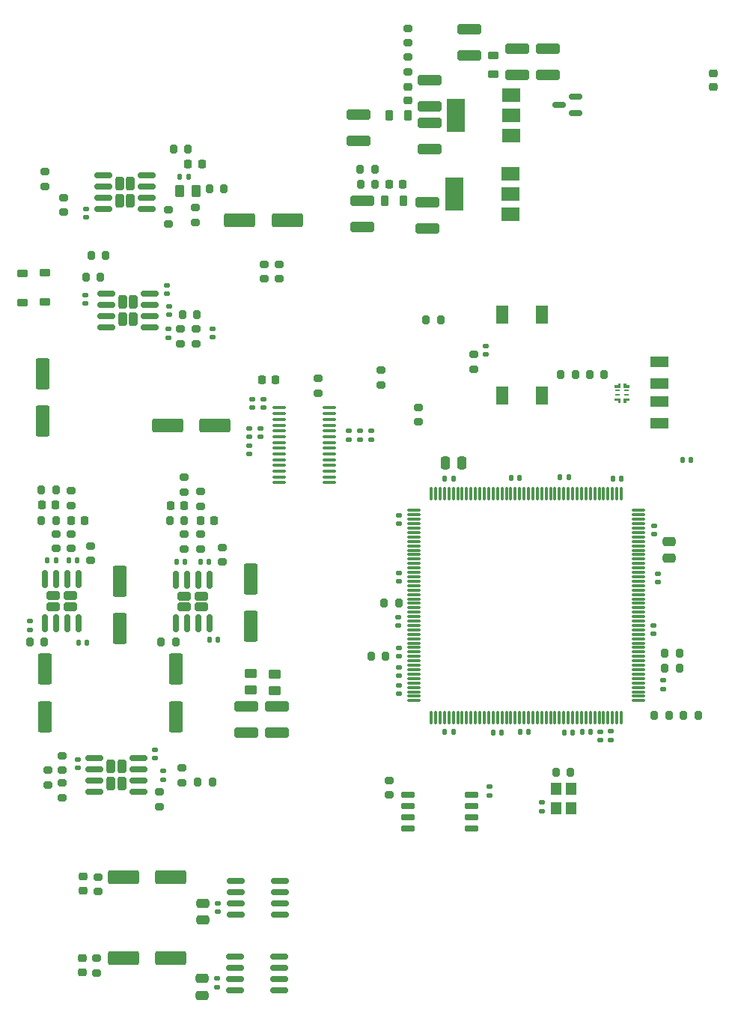
<source format=gbr>
G04 #@! TF.GenerationSoftware,KiCad,Pcbnew,7.0.9*
G04 #@! TF.CreationDate,2024-03-14T12:42:54+01:00*
G04 #@! TF.ProjectId,Apothecary - DSP Development Board,41706f74-6865-4636-9172-79202d204453,rev?*
G04 #@! TF.SameCoordinates,Original*
G04 #@! TF.FileFunction,Paste,Top*
G04 #@! TF.FilePolarity,Positive*
%FSLAX46Y46*%
G04 Gerber Fmt 4.6, Leading zero omitted, Abs format (unit mm)*
G04 Created by KiCad (PCBNEW 7.0.9) date 2024-03-14 12:42:54*
%MOMM*%
%LPD*%
G01*
G04 APERTURE LIST*
G04 Aperture macros list*
%AMRoundRect*
0 Rectangle with rounded corners*
0 $1 Rounding radius*
0 $2 $3 $4 $5 $6 $7 $8 $9 X,Y pos of 4 corners*
0 Add a 4 corners polygon primitive as box body*
4,1,4,$2,$3,$4,$5,$6,$7,$8,$9,$2,$3,0*
0 Add four circle primitives for the rounded corners*
1,1,$1+$1,$2,$3*
1,1,$1+$1,$4,$5*
1,1,$1+$1,$6,$7*
1,1,$1+$1,$8,$9*
0 Add four rect primitives between the rounded corners*
20,1,$1+$1,$2,$3,$4,$5,0*
20,1,$1+$1,$4,$5,$6,$7,0*
20,1,$1+$1,$6,$7,$8,$9,0*
20,1,$1+$1,$8,$9,$2,$3,0*%
G04 Aperture macros list end*
%ADD10C,0.010000*%
%ADD11R,2.000000X1.200000*%
%ADD12RoundRect,0.250000X-0.450000X0.262500X-0.450000X-0.262500X0.450000X-0.262500X0.450000X0.262500X0*%
%ADD13RoundRect,0.250000X0.450000X-0.262500X0.450000X0.262500X-0.450000X0.262500X-0.450000X-0.262500X0*%
%ADD14RoundRect,0.250000X0.262500X0.450000X-0.262500X0.450000X-0.262500X-0.450000X0.262500X-0.450000X0*%
%ADD15RoundRect,0.150000X0.587500X0.150000X-0.587500X0.150000X-0.587500X-0.150000X0.587500X-0.150000X0*%
%ADD16RoundRect,0.250000X-1.100000X0.325000X-1.100000X-0.325000X1.100000X-0.325000X1.100000X0.325000X0*%
%ADD17RoundRect,0.225000X-0.225000X-0.250000X0.225000X-0.250000X0.225000X0.250000X-0.225000X0.250000X0*%
%ADD18RoundRect,0.225000X0.225000X0.250000X-0.225000X0.250000X-0.225000X-0.250000X0.225000X-0.250000X0*%
%ADD19RoundRect,0.250000X1.100000X-0.325000X1.100000X0.325000X-1.100000X0.325000X-1.100000X-0.325000X0*%
%ADD20RoundRect,0.140000X-0.170000X0.140000X-0.170000X-0.140000X0.170000X-0.140000X0.170000X0.140000X0*%
%ADD21RoundRect,0.250000X1.500000X0.550000X-1.500000X0.550000X-1.500000X-0.550000X1.500000X-0.550000X0*%
%ADD22RoundRect,0.250000X-0.550000X1.500000X-0.550000X-1.500000X0.550000X-1.500000X0.550000X1.500000X0*%
%ADD23RoundRect,0.250000X-1.500000X-0.550000X1.500000X-0.550000X1.500000X0.550000X-1.500000X0.550000X0*%
%ADD24RoundRect,0.200000X0.275000X-0.200000X0.275000X0.200000X-0.275000X0.200000X-0.275000X-0.200000X0*%
%ADD25RoundRect,0.200000X-0.200000X-0.275000X0.200000X-0.275000X0.200000X0.275000X-0.200000X0.275000X0*%
%ADD26RoundRect,0.140000X0.170000X-0.140000X0.170000X0.140000X-0.170000X0.140000X-0.170000X-0.140000X0*%
%ADD27RoundRect,0.218750X0.218750X0.256250X-0.218750X0.256250X-0.218750X-0.256250X0.218750X-0.256250X0*%
%ADD28RoundRect,0.140000X-0.140000X-0.170000X0.140000X-0.170000X0.140000X0.170000X-0.140000X0.170000X0*%
%ADD29RoundRect,0.140000X0.140000X0.170000X-0.140000X0.170000X-0.140000X-0.170000X0.140000X-0.170000X0*%
%ADD30RoundRect,0.242500X-0.242500X-0.527500X0.242500X-0.527500X0.242500X0.527500X-0.242500X0.527500X0*%
%ADD31RoundRect,0.150000X-0.825000X-0.150000X0.825000X-0.150000X0.825000X0.150000X-0.825000X0.150000X0*%
%ADD32RoundRect,0.200000X-0.275000X0.200000X-0.275000X-0.200000X0.275000X-0.200000X0.275000X0.200000X0*%
%ADD33R,0.600000X0.200000*%
%ADD34RoundRect,0.150000X0.825000X0.150000X-0.825000X0.150000X-0.825000X-0.150000X0.825000X-0.150000X0*%
%ADD35RoundRect,0.200000X0.200000X0.275000X-0.200000X0.275000X-0.200000X-0.275000X0.200000X-0.275000X0*%
%ADD36RoundRect,0.218750X0.256250X-0.218750X0.256250X0.218750X-0.256250X0.218750X-0.256250X-0.218750X0*%
%ADD37RoundRect,0.075000X0.075000X-0.675000X0.075000X0.675000X-0.075000X0.675000X-0.075000X-0.675000X0*%
%ADD38RoundRect,0.075000X0.675000X-0.075000X0.675000X0.075000X-0.675000X0.075000X-0.675000X-0.075000X0*%
%ADD39RoundRect,0.218750X0.218750X0.381250X-0.218750X0.381250X-0.218750X-0.381250X0.218750X-0.381250X0*%
%ADD40RoundRect,0.218750X-0.256250X0.218750X-0.256250X-0.218750X0.256250X-0.218750X0.256250X0.218750X0*%
%ADD41RoundRect,0.225000X-0.375000X0.225000X-0.375000X-0.225000X0.375000X-0.225000X0.375000X0.225000X0*%
%ADD42RoundRect,0.100000X0.637500X0.100000X-0.637500X0.100000X-0.637500X-0.100000X0.637500X-0.100000X0*%
%ADD43RoundRect,0.225000X0.375000X-0.225000X0.375000X0.225000X-0.375000X0.225000X-0.375000X-0.225000X0*%
%ADD44RoundRect,0.150000X-0.650000X-0.150000X0.650000X-0.150000X0.650000X0.150000X-0.650000X0.150000X0*%
%ADD45RoundRect,0.242500X0.242500X0.527500X-0.242500X0.527500X-0.242500X-0.527500X0.242500X-0.527500X0*%
%ADD46RoundRect,0.250000X-0.475000X0.250000X-0.475000X-0.250000X0.475000X-0.250000X0.475000X0.250000X0*%
%ADD47RoundRect,0.218750X0.381250X-0.218750X0.381250X0.218750X-0.381250X0.218750X-0.381250X-0.218750X0*%
%ADD48R,1.200000X1.400000*%
%ADD49RoundRect,0.242500X-0.527500X0.242500X-0.527500X-0.242500X0.527500X-0.242500X0.527500X0.242500X0*%
%ADD50RoundRect,0.150000X-0.150000X0.825000X-0.150000X-0.825000X0.150000X-0.825000X0.150000X0.825000X0*%
%ADD51R,1.400000X2.100000*%
%ADD52R,2.000000X1.500000*%
%ADD53R,2.000000X3.800000*%
%ADD54RoundRect,0.250000X0.475000X-0.250000X0.475000X0.250000X-0.475000X0.250000X-0.475000X-0.250000X0*%
%ADD55RoundRect,0.218750X-0.218750X-0.256250X0.218750X-0.256250X0.218750X0.256250X-0.218750X0.256250X0*%
%ADD56RoundRect,0.250000X0.250000X0.475000X-0.250000X0.475000X-0.250000X-0.475000X0.250000X-0.475000X0*%
G04 APERTURE END LIST*
D10*
X184563501Y-78363500D02*
X183963501Y-78363500D01*
X183963501Y-78163500D01*
X184363501Y-78163500D01*
X184363501Y-77963500D01*
X184563501Y-77963500D01*
X184563501Y-78363500D01*
G36*
X184563501Y-78363500D02*
G01*
X183963501Y-78363500D01*
X183963501Y-78163500D01*
X184363501Y-78163500D01*
X184363501Y-77963500D01*
X184563501Y-77963500D01*
X184563501Y-78363500D01*
G37*
X184563501Y-80063500D02*
X184363501Y-80063500D01*
X184363501Y-79863500D01*
X183963501Y-79863500D01*
X183963501Y-79663500D01*
X184563501Y-79663500D01*
X184563501Y-80063500D01*
G36*
X184563501Y-80063500D02*
G01*
X184363501Y-80063500D01*
X184363501Y-79863500D01*
X183963501Y-79863500D01*
X183963501Y-79663500D01*
X184563501Y-79663500D01*
X184563501Y-80063500D01*
G37*
X185163501Y-78163500D02*
X185563501Y-78163500D01*
X185563501Y-78363500D01*
X184963501Y-78363500D01*
X184963501Y-77963500D01*
X185163501Y-77963500D01*
X185163501Y-78163500D01*
G36*
X185163501Y-78163500D02*
G01*
X185563501Y-78163500D01*
X185563501Y-78363500D01*
X184963501Y-78363500D01*
X184963501Y-77963500D01*
X185163501Y-77963500D01*
X185163501Y-78163500D01*
G37*
X185563501Y-79863500D02*
X185163501Y-79863500D01*
X185163501Y-80063500D01*
X184963501Y-80063500D01*
X184963501Y-79663500D01*
X185563501Y-79663500D01*
X185563501Y-79863500D01*
G36*
X185563501Y-79863500D02*
G01*
X185163501Y-79863500D01*
X185163501Y-80063500D01*
X184963501Y-80063500D01*
X184963501Y-79663500D01*
X185563501Y-79663500D01*
X185563501Y-79863500D01*
G37*
D11*
X189000000Y-82500000D03*
X189000000Y-78000000D03*
X189000000Y-75500000D03*
X189000000Y-80000000D03*
D12*
X142750000Y-110750000D03*
X142750000Y-112575000D03*
D13*
X145500000Y-112662500D03*
X145500000Y-110837500D03*
D14*
X136575468Y-56250000D03*
X134750468Y-56250000D03*
D15*
X179500000Y-47455000D03*
X179500000Y-45555000D03*
X177625000Y-46505000D03*
D16*
X145750000Y-114500000D03*
X145750000Y-117450000D03*
X142250000Y-114500000D03*
X142250000Y-117450000D03*
D17*
X137102968Y-93500000D03*
X138652968Y-93500000D03*
X122437968Y-93480578D03*
X123987968Y-93480578D03*
D18*
X135250000Y-91750000D03*
X133700000Y-91750000D03*
X120702968Y-91725000D03*
X119152968Y-91725000D03*
D19*
X155425000Y-60290000D03*
X155425000Y-57340000D03*
X162750000Y-60450000D03*
X162750000Y-57500000D03*
X154990000Y-50570000D03*
X154990000Y-47620000D03*
D17*
X144025000Y-77600000D03*
X145575000Y-77600000D03*
D19*
X163000000Y-51500000D03*
X163000000Y-48550000D03*
D16*
X167500000Y-37975000D03*
X167500000Y-40925000D03*
X176380000Y-40140000D03*
X176380000Y-43090000D03*
X172900000Y-40125000D03*
X172900000Y-43075000D03*
X163000000Y-43712233D03*
X163000000Y-46662233D03*
D20*
X142637968Y-84980578D03*
X142637968Y-85940578D03*
D21*
X138750000Y-82750000D03*
X133350000Y-82750000D03*
D22*
X119500000Y-110250000D03*
X119500000Y-115650000D03*
D21*
X133750000Y-142925000D03*
X128350000Y-142925000D03*
X133750000Y-133750000D03*
X128350000Y-133750000D03*
D22*
X134350000Y-110250000D03*
X134350000Y-115650000D03*
X128000000Y-100300000D03*
X128000000Y-105700000D03*
X142750000Y-100050000D03*
X142750000Y-105450000D03*
D23*
X141550000Y-59500000D03*
X146950000Y-59500000D03*
D22*
X119250000Y-76850000D03*
X119250000Y-82250000D03*
D24*
X160562500Y-39500000D03*
X160562500Y-37850000D03*
D25*
X155175000Y-53750000D03*
X156825000Y-53750000D03*
D26*
X175700000Y-126310000D03*
X175700000Y-125350000D03*
D27*
X137287500Y-53200000D03*
X135712500Y-53200000D03*
D24*
X121487968Y-121680578D03*
X121487968Y-120030578D03*
D20*
X132877968Y-121780578D03*
X132877968Y-122740578D03*
D25*
X181100000Y-77000000D03*
X182750000Y-77000000D03*
D28*
X173240002Y-117374997D03*
X174200002Y-117374997D03*
D20*
X169352500Y-73737500D03*
X169352500Y-74697500D03*
D29*
X184680714Y-88702944D03*
X183720714Y-88702944D03*
D30*
X128187968Y-121280578D03*
X126987968Y-121280578D03*
X126987968Y-123180578D03*
X128187968Y-123180578D03*
D31*
X125112968Y-120325578D03*
X125112968Y-121595578D03*
X125112968Y-122865578D03*
X125112968Y-124135578D03*
X130062968Y-124135578D03*
X130062968Y-122865578D03*
X130062968Y-121595578D03*
X130062968Y-120325578D03*
D24*
X160562500Y-42750000D03*
X160562500Y-41100000D03*
D32*
X135287968Y-95005578D03*
X135287968Y-96655578D03*
D33*
X184263501Y-78763500D03*
X184263501Y-79263500D03*
X185263501Y-79263500D03*
X185263501Y-78763500D03*
D32*
X137102968Y-95005578D03*
X137102968Y-96655578D03*
X161728499Y-80657691D03*
X161728499Y-82307691D03*
D34*
X145975000Y-146520000D03*
X145975000Y-145250000D03*
X145975000Y-143980000D03*
X145975000Y-142710000D03*
X141025000Y-142710000D03*
X141025000Y-143980000D03*
X141025000Y-145250000D03*
X141025000Y-146520000D03*
D29*
X171180002Y-117424997D03*
X170220002Y-117424997D03*
D28*
X164740000Y-117325000D03*
X165700000Y-117325000D03*
D32*
X157552500Y-76492500D03*
X157552500Y-78142500D03*
D35*
X125800000Y-65950000D03*
X124150000Y-65950000D03*
D34*
X146075000Y-138000000D03*
X146075000Y-136730000D03*
X146075000Y-135460000D03*
X146075000Y-134190000D03*
X141125000Y-134190000D03*
X141125000Y-135460000D03*
X141125000Y-136730000D03*
X141125000Y-138000000D03*
D32*
X121600000Y-56975000D03*
X121600000Y-58625000D03*
D36*
X123691016Y-144500000D03*
X123691016Y-142925000D03*
D35*
X190075000Y-115500000D03*
X188425000Y-115500000D03*
D26*
X138500000Y-72750000D03*
X138500000Y-71790000D03*
D29*
X173200002Y-88674999D03*
X172240002Y-88674999D03*
D26*
X169750002Y-124514997D03*
X169750002Y-123554997D03*
D37*
X163200000Y-115750000D03*
X163700000Y-115750000D03*
X164200000Y-115750000D03*
X164700000Y-115750000D03*
X165200000Y-115750000D03*
X165700000Y-115750000D03*
X166200000Y-115750000D03*
X166700000Y-115750000D03*
X167200000Y-115750000D03*
X167700000Y-115750000D03*
X168200000Y-115750000D03*
X168700000Y-115750000D03*
X169200000Y-115750000D03*
X169700000Y-115750000D03*
X170200000Y-115750000D03*
X170700000Y-115750000D03*
X171200000Y-115750000D03*
X171700000Y-115750000D03*
X172200000Y-115750000D03*
X172700000Y-115750000D03*
X173200000Y-115750000D03*
X173700000Y-115750000D03*
X174200000Y-115750000D03*
X174700000Y-115750000D03*
X175200000Y-115750000D03*
X175700000Y-115750000D03*
X176200000Y-115750000D03*
X176700000Y-115750000D03*
X177200000Y-115750000D03*
X177700000Y-115750000D03*
X178200000Y-115750000D03*
X178700000Y-115750000D03*
X179200000Y-115750000D03*
X179700000Y-115750000D03*
X180200000Y-115750000D03*
X180700000Y-115750000D03*
X181200000Y-115750000D03*
X181700000Y-115750000D03*
X182200000Y-115750000D03*
X182700000Y-115750000D03*
X183200000Y-115750000D03*
X183700000Y-115750000D03*
X184200000Y-115750000D03*
X184700000Y-115750000D03*
D38*
X186625000Y-113825000D03*
X186625000Y-113325000D03*
X186625000Y-112825000D03*
X186625000Y-112325000D03*
X186625000Y-111825000D03*
X186625000Y-111325000D03*
X186625000Y-110825000D03*
X186625000Y-110325000D03*
X186625000Y-109825000D03*
X186625000Y-109325000D03*
X186625000Y-108825000D03*
X186625000Y-108325000D03*
X186625000Y-107825000D03*
X186625000Y-107325000D03*
X186625000Y-106825000D03*
X186625000Y-106325000D03*
X186625000Y-105825000D03*
X186625000Y-105325000D03*
X186625000Y-104825000D03*
X186625000Y-104325000D03*
X186625000Y-103825000D03*
X186625000Y-103325000D03*
X186625000Y-102825000D03*
X186625000Y-102325000D03*
X186625000Y-101825000D03*
X186625000Y-101325000D03*
X186625000Y-100825000D03*
X186625000Y-100325000D03*
X186625000Y-99825000D03*
X186625000Y-99325000D03*
X186625000Y-98825000D03*
X186625000Y-98325000D03*
X186625000Y-97825000D03*
X186625000Y-97325000D03*
X186625000Y-96825000D03*
X186625000Y-96325000D03*
X186625000Y-95825000D03*
X186625000Y-95325000D03*
X186625000Y-94825000D03*
X186625000Y-94325000D03*
X186625000Y-93825000D03*
X186625000Y-93325000D03*
X186625000Y-92825000D03*
X186625000Y-92325000D03*
D37*
X184700000Y-90400000D03*
X184200000Y-90400000D03*
X183700000Y-90400000D03*
X183200000Y-90400000D03*
X182700000Y-90400000D03*
X182200000Y-90400000D03*
X181700000Y-90400000D03*
X181200000Y-90400000D03*
X180700000Y-90400000D03*
X180200000Y-90400000D03*
X179700000Y-90400000D03*
X179200000Y-90400000D03*
X178700000Y-90400000D03*
X178200000Y-90400000D03*
X177700000Y-90400000D03*
X177200000Y-90400000D03*
X176700000Y-90400000D03*
X176200000Y-90400000D03*
X175700000Y-90400000D03*
X175200000Y-90400000D03*
X174700000Y-90400000D03*
X174200000Y-90400000D03*
X173700000Y-90400000D03*
X173200000Y-90400000D03*
X172700000Y-90400000D03*
X172200000Y-90400000D03*
X171700000Y-90400000D03*
X171200000Y-90400000D03*
X170700000Y-90400000D03*
X170200000Y-90400000D03*
X169700000Y-90400000D03*
X169200000Y-90400000D03*
X168700000Y-90400000D03*
X168200000Y-90400000D03*
X167700000Y-90400000D03*
X167200000Y-90400000D03*
X166700000Y-90400000D03*
X166200000Y-90400000D03*
X165700000Y-90400000D03*
X165200000Y-90400000D03*
X164700000Y-90400000D03*
X164200000Y-90400000D03*
X163700000Y-90400000D03*
X163200000Y-90400000D03*
D38*
X161275000Y-92325000D03*
X161275000Y-92825000D03*
X161275000Y-93325000D03*
X161275000Y-93825000D03*
X161275000Y-94325000D03*
X161275000Y-94825000D03*
X161275000Y-95325000D03*
X161275000Y-95825000D03*
X161275000Y-96325000D03*
X161275000Y-96825000D03*
X161275000Y-97325000D03*
X161275000Y-97825000D03*
X161275000Y-98325000D03*
X161275000Y-98825000D03*
X161275000Y-99325000D03*
X161275000Y-99825000D03*
X161275000Y-100325000D03*
X161275000Y-100825000D03*
X161275000Y-101325000D03*
X161275000Y-101825000D03*
X161275000Y-102325000D03*
X161275000Y-102825000D03*
X161275000Y-103325000D03*
X161275000Y-103825000D03*
X161275000Y-104325000D03*
X161275000Y-104825000D03*
X161275000Y-105325000D03*
X161275000Y-105825000D03*
X161275000Y-106325000D03*
X161275000Y-106825000D03*
X161275000Y-107325000D03*
X161275000Y-107825000D03*
X161275000Y-108325000D03*
X161275000Y-108825000D03*
X161275000Y-109325000D03*
X161275000Y-109825000D03*
X161275000Y-110325000D03*
X161275000Y-110825000D03*
X161275000Y-111325000D03*
X161275000Y-111825000D03*
X161275000Y-112325000D03*
X161275000Y-112825000D03*
X161275000Y-113325000D03*
X161275000Y-113825000D03*
D32*
X137102968Y-90175000D03*
X137102968Y-91825000D03*
D25*
X189633609Y-108466578D03*
X191283609Y-108466578D03*
D39*
X160060000Y-57345000D03*
X157935000Y-57345000D03*
D40*
X195100000Y-42900000D03*
X195100000Y-44475000D03*
D20*
X188299999Y-105324999D03*
X188299999Y-106284999D03*
D26*
X142962968Y-80730578D03*
X142962968Y-79770578D03*
D24*
X132487968Y-125785578D03*
X132487968Y-124135578D03*
D29*
X181213609Y-117366578D03*
X180253609Y-117366578D03*
D30*
X129487968Y-68780578D03*
X128287968Y-68780578D03*
X128287968Y-70680578D03*
X129487968Y-70680578D03*
D31*
X126412968Y-67825578D03*
X126412968Y-69095578D03*
X126412968Y-70365578D03*
X126412968Y-71635578D03*
X131362968Y-71635578D03*
X131362968Y-70365578D03*
X131362968Y-69095578D03*
X131362968Y-67825578D03*
D26*
X124087968Y-68930578D03*
X124087968Y-67970578D03*
D41*
X117000000Y-65495000D03*
X117000000Y-68795000D03*
D25*
X156375002Y-108824997D03*
X158025002Y-108824997D03*
D26*
X142637968Y-83980578D03*
X142637968Y-83020578D03*
D32*
X135250000Y-88600000D03*
X135250000Y-90250000D03*
D26*
X139000000Y-146190000D03*
X139000000Y-145230000D03*
D42*
X151687968Y-89180578D03*
X151687968Y-88530578D03*
X151687968Y-87880578D03*
X151687968Y-87230578D03*
X151687968Y-86580578D03*
X151687968Y-85930578D03*
X151687968Y-85280578D03*
X151687968Y-84630578D03*
X151687968Y-83980578D03*
X151687968Y-83330578D03*
X151687968Y-82680578D03*
X151687968Y-82030578D03*
X151687968Y-81380578D03*
X151687968Y-80730578D03*
X145962968Y-80730578D03*
X145962968Y-81380578D03*
X145962968Y-82030578D03*
X145962968Y-82680578D03*
X145962968Y-83330578D03*
X145962968Y-83980578D03*
X145962968Y-84630578D03*
X145962968Y-85280578D03*
X145962968Y-85930578D03*
X145962968Y-86580578D03*
X145962968Y-87230578D03*
X145962968Y-87880578D03*
X145962968Y-88530578D03*
X145962968Y-89180578D03*
D35*
X134287968Y-107230578D03*
X132637968Y-107230578D03*
D24*
X150425468Y-79055578D03*
X150425468Y-77405578D03*
D26*
X159525000Y-108805000D03*
X159525000Y-107845000D03*
X133487968Y-72790578D03*
X133487968Y-71830578D03*
D29*
X123167968Y-97980578D03*
X122207968Y-97980578D03*
D28*
X164739999Y-88774999D03*
X165699999Y-88774999D03*
D26*
X159525002Y-100325000D03*
X159525002Y-99365000D03*
D20*
X183533609Y-117306578D03*
X183533609Y-118266578D03*
D43*
X119500000Y-68750000D03*
X119500000Y-65450000D03*
D44*
X160550000Y-124480000D03*
X160550000Y-125750000D03*
X160550000Y-127020000D03*
X160550000Y-128290000D03*
X167750000Y-128290000D03*
X167750000Y-127020000D03*
X167750000Y-125750000D03*
X167750000Y-124480000D03*
D24*
X119800000Y-123325000D03*
X119800000Y-121675000D03*
D29*
X138062968Y-98155578D03*
X137102968Y-98155578D03*
D45*
X127962968Y-57295578D03*
X129162968Y-57295578D03*
X129162968Y-55395578D03*
X127962968Y-55395578D03*
D34*
X131037968Y-58250578D03*
X131037968Y-56980578D03*
X131037968Y-55710578D03*
X131037968Y-54440578D03*
X126087968Y-54440578D03*
X126087968Y-55710578D03*
X126087968Y-56980578D03*
X126087968Y-58250578D03*
D46*
X190150001Y-95850000D03*
X190150001Y-97750000D03*
D39*
X160562500Y-47650000D03*
X158437500Y-47650000D03*
D32*
X167978500Y-74712501D03*
X167978500Y-76362501D03*
D25*
X135037968Y-70230578D03*
X136687968Y-70230578D03*
D20*
X155150000Y-83340000D03*
X155150000Y-84300000D03*
D25*
X119102968Y-93480578D03*
X120752968Y-93480578D03*
D20*
X188800000Y-99495001D03*
X188800000Y-100455001D03*
D29*
X120752968Y-97980578D03*
X119792968Y-97980578D03*
D20*
X156400000Y-83340000D03*
X156400000Y-84300000D03*
D25*
X157875000Y-102825000D03*
X159525000Y-102825000D03*
D35*
X156847500Y-55500000D03*
X155197500Y-55500000D03*
D20*
X123202968Y-120495578D03*
X123202968Y-121455578D03*
D24*
X125500000Y-135386305D03*
X125500000Y-133736305D03*
D32*
X124650000Y-96350000D03*
X124650000Y-98000000D03*
D26*
X159450002Y-105325000D03*
X159450002Y-104365000D03*
D28*
X191640000Y-86650000D03*
X192600000Y-86650000D03*
D26*
X159525000Y-111035000D03*
X159525000Y-110075000D03*
D47*
X170250000Y-43050000D03*
X170250000Y-40925000D03*
D24*
X134952968Y-123105578D03*
X134952968Y-121455578D03*
X136500000Y-59750000D03*
X136500000Y-58100000D03*
D20*
X189450002Y-111524997D03*
X189450002Y-112484997D03*
D32*
X120752968Y-94980578D03*
X120752968Y-96630578D03*
D20*
X153900000Y-83340000D03*
X153900000Y-84300000D03*
D26*
X159525000Y-113034998D03*
X159525000Y-112074998D03*
D48*
X179000000Y-126000000D03*
X179000000Y-123800000D03*
X177300000Y-123800000D03*
X177300000Y-126000000D03*
D24*
X125383984Y-144575000D03*
X125383984Y-142925000D03*
D40*
X160562500Y-44417500D03*
X160562500Y-45992500D03*
D49*
X122337968Y-103180578D03*
X122337968Y-101980578D03*
X120437968Y-101980578D03*
X120437968Y-103180578D03*
D50*
X123292968Y-100105578D03*
X122022968Y-100105578D03*
X120752968Y-100105578D03*
X119482968Y-100105578D03*
X119482968Y-105055578D03*
X120752968Y-105055578D03*
X122022968Y-105055578D03*
X123292968Y-105055578D03*
D29*
X178735000Y-88575000D03*
X177775000Y-88575000D03*
D24*
X158466550Y-124491469D03*
X158466550Y-122841469D03*
D25*
X133637968Y-93480578D03*
X135287968Y-93480578D03*
D51*
X171200000Y-79300000D03*
X175700000Y-79300000D03*
X171200000Y-70200000D03*
X175700000Y-70200000D03*
D26*
X133537968Y-70230578D03*
X133537968Y-69270578D03*
D24*
X133487968Y-59975000D03*
X133487968Y-58325000D03*
D25*
X134050000Y-51500000D03*
X135700000Y-51500000D03*
D26*
X188450000Y-95025000D03*
X188450000Y-94065000D03*
D25*
X117782968Y-107230578D03*
X119432968Y-107230578D03*
X177850000Y-77000000D03*
X179500000Y-77000000D03*
D52*
X172150000Y-58850000D03*
D53*
X165850000Y-56550000D03*
D52*
X172150000Y-56550000D03*
X172150000Y-54250000D03*
D20*
X124187968Y-58250578D03*
X124187968Y-59210578D03*
D25*
X177300000Y-121900000D03*
X178950000Y-121900000D03*
D29*
X124230000Y-107250000D03*
X123270000Y-107250000D03*
D24*
X134837968Y-73455578D03*
X134837968Y-71805578D03*
D25*
X124712968Y-63480578D03*
X126362968Y-63480578D03*
D32*
X122437968Y-90100000D03*
X122437968Y-91750000D03*
D49*
X137167968Y-103230578D03*
X137167968Y-102030578D03*
X135267968Y-102030578D03*
X135267968Y-103230578D03*
D50*
X138122968Y-100155578D03*
X136852968Y-100155578D03*
X135582968Y-100155578D03*
X134312968Y-100155578D03*
X134312968Y-105105578D03*
X135582968Y-105105578D03*
X136852968Y-105105578D03*
X138122968Y-105105578D03*
D26*
X144212968Y-80730578D03*
X144212968Y-79770578D03*
D25*
X189625002Y-110124997D03*
X191275002Y-110124997D03*
D29*
X135730000Y-54630578D03*
X134770000Y-54630578D03*
D25*
X191750000Y-115500000D03*
X193400000Y-115500000D03*
D32*
X122437968Y-94980578D03*
X122437968Y-96630578D03*
D54*
X137250000Y-147115000D03*
X137250000Y-145215000D03*
D25*
X119100000Y-90000000D03*
X120750000Y-90000000D03*
D28*
X178220000Y-117400000D03*
X179180000Y-117400000D03*
D52*
X172250000Y-49955000D03*
D53*
X165950000Y-47655000D03*
D52*
X172250000Y-47655000D03*
X172250000Y-45355000D03*
D36*
X123807032Y-135295727D03*
X123807032Y-133720727D03*
D25*
X138100000Y-56000000D03*
X139750000Y-56000000D03*
D26*
X143887968Y-83980578D03*
X143887968Y-83020578D03*
D54*
X137325000Y-138630000D03*
X137325000Y-136730000D03*
D24*
X121487968Y-124780578D03*
X121487968Y-123130578D03*
D20*
X182283609Y-117326577D03*
X182283609Y-118286577D03*
D29*
X135332968Y-98155578D03*
X134372968Y-98155578D03*
D32*
X119537968Y-54060578D03*
X119537968Y-55710578D03*
X136587968Y-71805578D03*
X136587968Y-73455578D03*
D55*
X158425000Y-55500000D03*
X160000000Y-55500000D03*
D26*
X159525002Y-93824998D03*
X159525002Y-92864998D03*
D32*
X146000000Y-64500000D03*
X146000000Y-66150000D03*
D35*
X138452968Y-123030578D03*
X136802968Y-123030578D03*
D25*
X162621499Y-70787500D03*
X164271499Y-70787500D03*
D26*
X133287968Y-67825578D03*
X133287968Y-66865578D03*
D32*
X139602968Y-96505578D03*
X139602968Y-98155578D03*
D56*
X166683609Y-86966578D03*
X164783609Y-86966578D03*
D32*
X144287968Y-64480578D03*
X144287968Y-66130578D03*
D26*
X139075000Y-137690000D03*
X139075000Y-136730000D03*
D20*
X131952968Y-119345578D03*
X131952968Y-120305578D03*
D26*
X117800000Y-105810000D03*
X117800000Y-104850000D03*
D29*
X139062968Y-106905578D03*
X138102968Y-106905578D03*
M02*

</source>
